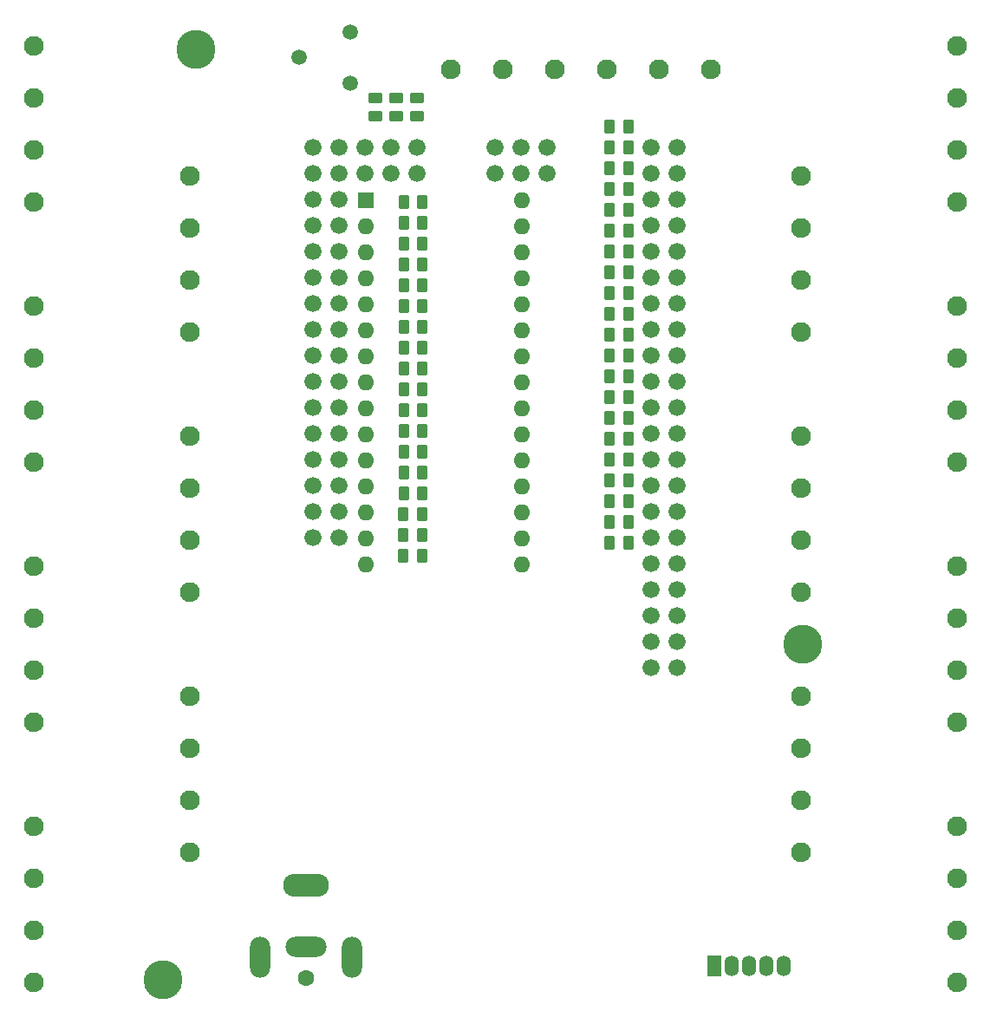
<source format=gbr>
%TF.GenerationSoftware,KiCad,Pcbnew,(6.0.1)*%
%TF.CreationDate,2022-10-30T18:49:11+02:00*%
%TF.ProjectId,stairway-to-heaven-pcb,73746169-7277-4617-992d-746f2d686561,rev?*%
%TF.SameCoordinates,Original*%
%TF.FileFunction,Soldermask,Bot*%
%TF.FilePolarity,Negative*%
%FSLAX46Y46*%
G04 Gerber Fmt 4.6, Leading zero omitted, Abs format (unit mm)*
G04 Created by KiCad (PCBNEW (6.0.1)) date 2022-10-30 18:49:11*
%MOMM*%
%LPD*%
G01*
G04 APERTURE LIST*
G04 Aperture macros list*
%AMRoundRect*
0 Rectangle with rounded corners*
0 $1 Rounding radius*
0 $2 $3 $4 $5 $6 $7 $8 $9 X,Y pos of 4 corners*
0 Add a 4 corners polygon primitive as box body*
4,1,4,$2,$3,$4,$5,$6,$7,$8,$9,$2,$3,0*
0 Add four circle primitives for the rounded corners*
1,1,$1+$1,$2,$3*
1,1,$1+$1,$4,$5*
1,1,$1+$1,$6,$7*
1,1,$1+$1,$8,$9*
0 Add four rect primitives between the rounded corners*
20,1,$1+$1,$2,$3,$4,$5,0*
20,1,$1+$1,$4,$5,$6,$7,0*
20,1,$1+$1,$6,$7,$8,$9,0*
20,1,$1+$1,$8,$9,$2,$3,0*%
G04 Aperture macros list end*
%ADD10C,1.930400*%
%ADD11R,1.600000X1.600000*%
%ADD12O,1.600000X1.600000*%
%ADD13C,3.800000*%
%ADD14C,1.676400*%
%ADD15C,1.600000*%
%ADD16O,4.500000X2.250000*%
%ADD17O,4.000000X2.000000*%
%ADD18O,2.000000X4.000000*%
%ADD19C,1.500000*%
%ADD20R,1.400000X2.000001*%
%ADD21O,1.400000X2.000001*%
%ADD22RoundRect,0.250000X0.262500X0.450000X-0.262500X0.450000X-0.262500X-0.450000X0.262500X-0.450000X0*%
%ADD23RoundRect,0.250000X-0.262500X-0.450000X0.262500X-0.450000X0.262500X0.450000X-0.262500X0.450000X0*%
%ADD24RoundRect,0.250000X-0.450000X0.262500X-0.450000X-0.262500X0.450000X-0.262500X0.450000X0.262500X0*%
G04 APERTURE END LIST*
D10*
%TO.C,J16*%
X146812000Y-46736000D03*
X151892000Y-46736000D03*
X156972000Y-46736000D03*
X162052000Y-46736000D03*
X167132000Y-46736000D03*
X172212000Y-46736000D03*
%TD*%
D11*
%TO.C,A1*%
X138480800Y-59537600D03*
D12*
X138480800Y-62077600D03*
X138480800Y-64617600D03*
X138480800Y-67157600D03*
X138480800Y-69697600D03*
X138480800Y-72237600D03*
X138480800Y-74777600D03*
X138480800Y-77317600D03*
X138480800Y-79857600D03*
X138480800Y-82397600D03*
X138480800Y-84937600D03*
X138480800Y-87477600D03*
X138480800Y-90017600D03*
X138480800Y-92557600D03*
X138480800Y-95097600D03*
X153720800Y-95097600D03*
X153720800Y-92557600D03*
X153720800Y-90017600D03*
X153720800Y-87477600D03*
X153720800Y-84937600D03*
X153720800Y-82397600D03*
X153720800Y-79857600D03*
X153720800Y-77317600D03*
X153720800Y-74777600D03*
X153720800Y-72237600D03*
X153720800Y-69697600D03*
X153720800Y-67157600D03*
X153720800Y-64617600D03*
X153720800Y-62077600D03*
X153720800Y-59537600D03*
%TD*%
D10*
%TO.C,J13*%
X121285000Y-72390000D03*
X121285000Y-67310000D03*
X121285000Y-62230000D03*
X121285000Y-57150000D03*
%TD*%
%TO.C,J12*%
X106045000Y-85090000D03*
X106045000Y-80010000D03*
X106045000Y-74930000D03*
X106045000Y-69850000D03*
%TD*%
%TO.C,J4*%
X180975000Y-82550000D03*
X180975000Y-87630000D03*
X180975000Y-92710000D03*
X180975000Y-97790000D03*
%TD*%
%TO.C,J11*%
X121285000Y-97790000D03*
X121285000Y-92710000D03*
X121285000Y-87630000D03*
X121285000Y-82550000D03*
%TD*%
%TO.C,J1*%
X196215000Y-120650000D03*
X196215000Y-125730000D03*
X196215000Y-130810000D03*
X196215000Y-135890000D03*
%TD*%
D13*
%TO.C,H3*%
X121894600Y-44805600D03*
%TD*%
%TO.C,H2*%
X118719600Y-135712200D03*
%TD*%
D14*
%TO.C,U1*%
X168910000Y-97590000D03*
X166370000Y-97590000D03*
X168910000Y-100130000D03*
X166370000Y-100130000D03*
X151130000Y-54410000D03*
X133350000Y-92510000D03*
X135890000Y-92510000D03*
X133350000Y-89970000D03*
X135890000Y-89970000D03*
X133350000Y-87430000D03*
X135890000Y-87430000D03*
X133350000Y-84890000D03*
X135890000Y-84890000D03*
X133350000Y-82350000D03*
X135890000Y-82350000D03*
X133350000Y-79810000D03*
X135890000Y-79810000D03*
X133350000Y-77270000D03*
X135890000Y-77270000D03*
X133350000Y-74730000D03*
X135890000Y-74730000D03*
X166370000Y-95050000D03*
X166370000Y-89970000D03*
X168910000Y-89970000D03*
X166370000Y-87430000D03*
X168910000Y-87430000D03*
X166370000Y-84890000D03*
X168910000Y-84890000D03*
X166370000Y-82350000D03*
X168910000Y-82350000D03*
X166370000Y-79810000D03*
X168910000Y-79810000D03*
X166370000Y-77270000D03*
X168910000Y-77270000D03*
X166370000Y-74730000D03*
X168910000Y-74730000D03*
X166370000Y-72190000D03*
X168910000Y-72190000D03*
X166370000Y-69650000D03*
X168910000Y-69650000D03*
X166370000Y-67110000D03*
X168910000Y-67110000D03*
X166370000Y-64570000D03*
X168910000Y-64570000D03*
X166370000Y-62030000D03*
X168910000Y-62030000D03*
X166370000Y-59490000D03*
X168910000Y-59490000D03*
X166370000Y-56950000D03*
X168910000Y-56950000D03*
X166370000Y-54410000D03*
X168910000Y-54410000D03*
X133350000Y-72190000D03*
X135890000Y-72190000D03*
X133350000Y-69650000D03*
X135890000Y-69650000D03*
X133350000Y-67110000D03*
X135890000Y-67110000D03*
X133350000Y-64570000D03*
X135890000Y-64570000D03*
X133350000Y-62030000D03*
X135890000Y-62030000D03*
X133350000Y-59490000D03*
X135890000Y-59490000D03*
X133350000Y-56950000D03*
X135890000Y-56950000D03*
X133350000Y-54410000D03*
X135890000Y-54410000D03*
X138430000Y-54410000D03*
X138430000Y-56950000D03*
X140970000Y-54410000D03*
X140970000Y-56950000D03*
X143510000Y-54410000D03*
X143510000Y-56950000D03*
X168910000Y-102670000D03*
X166370000Y-102670000D03*
X156210000Y-54410000D03*
X151130000Y-56950000D03*
X153670000Y-54410000D03*
X156210000Y-56950000D03*
X168910000Y-95050000D03*
X166370000Y-92510000D03*
X153670000Y-56950000D03*
X168910000Y-92510000D03*
X168910000Y-105210000D03*
X166370000Y-105210000D03*
%TD*%
D10*
%TO.C,J9*%
X121285000Y-123190000D03*
X121285000Y-118110000D03*
X121285000Y-113030000D03*
X121285000Y-107950000D03*
%TD*%
%TO.C,J2*%
X196215000Y-95250000D03*
X196215000Y-100330000D03*
X196215000Y-105410000D03*
X196215000Y-110490000D03*
%TD*%
D15*
%TO.C,J15*%
X132634600Y-135477000D03*
D16*
X132634600Y-126477000D03*
D17*
X132634600Y-132477000D03*
D18*
X137134600Y-133477000D03*
X128134600Y-133477000D03*
%TD*%
D10*
%TO.C,J5*%
X196215000Y-69850000D03*
X196215000Y-74930000D03*
X196215000Y-80010000D03*
X196215000Y-85090000D03*
%TD*%
D13*
%TO.C,H1*%
X181178200Y-102895400D03*
%TD*%
D19*
%TO.C,RV100k1*%
X137018400Y-48118400D03*
X132018400Y-45618400D03*
X137018400Y-43118400D03*
%TD*%
D10*
%TO.C,J14*%
X106045000Y-59690000D03*
X106045000Y-54610000D03*
X106045000Y-49530000D03*
X106045000Y-44450000D03*
%TD*%
%TO.C,J10*%
X106045000Y-110490000D03*
X106045000Y-105410000D03*
X106045000Y-100330000D03*
X106045000Y-95250000D03*
%TD*%
D20*
%TO.C,U2*%
X172540800Y-134315200D03*
D21*
X174240800Y-134315200D03*
X175940801Y-134315200D03*
X177640800Y-134315200D03*
X179340800Y-134315200D03*
%TD*%
D10*
%TO.C,J7*%
X196215000Y-44450000D03*
X196215000Y-49530000D03*
X196215000Y-54610000D03*
X196215000Y-59690000D03*
%TD*%
%TO.C,J8*%
X106045000Y-135890000D03*
X106045000Y-130810000D03*
X106045000Y-125730000D03*
X106045000Y-120650000D03*
%TD*%
%TO.C,J6*%
X180975000Y-57150000D03*
X180975000Y-62230000D03*
X180975000Y-67310000D03*
X180975000Y-72390000D03*
%TD*%
%TO.C,J3*%
X180975000Y-107950000D03*
X180975000Y-113030000D03*
X180975000Y-118110000D03*
X180975000Y-123190000D03*
%TD*%
D22*
%TO.C,R28*%
X143967200Y-92252800D03*
X142142200Y-92252800D03*
%TD*%
%TO.C,R32*%
X144018000Y-73914000D03*
X142193000Y-73914000D03*
%TD*%
%TO.C,R40*%
X144018000Y-63754000D03*
X142193000Y-63754000D03*
%TD*%
D23*
%TO.C,R20*%
X162306000Y-58420000D03*
X164131000Y-58420000D03*
%TD*%
%TO.C,R7*%
X162306000Y-68580000D03*
X164131000Y-68580000D03*
%TD*%
D22*
%TO.C,R41*%
X144018000Y-61722000D03*
X142193000Y-61722000D03*
%TD*%
D23*
%TO.C,R6*%
X162306000Y-82804000D03*
X164131000Y-82804000D03*
%TD*%
%TO.C,R22*%
X162306000Y-52324000D03*
X164131000Y-52324000D03*
%TD*%
D22*
%TO.C,R31*%
X144018000Y-75946000D03*
X142193000Y-75946000D03*
%TD*%
D24*
%TO.C,R45*%
X143535400Y-49531900D03*
X143535400Y-51356900D03*
%TD*%
D23*
%TO.C,R18*%
X162306000Y-70612000D03*
X164131000Y-70612000D03*
%TD*%
D22*
%TO.C,R35*%
X144018000Y-86106000D03*
X142193000Y-86106000D03*
%TD*%
D23*
%TO.C,R12*%
X162306000Y-92964000D03*
X164131000Y-92964000D03*
%TD*%
D22*
%TO.C,R39*%
X144018000Y-65786000D03*
X142193000Y-65786000D03*
%TD*%
D23*
%TO.C,R5*%
X162306000Y-76708000D03*
X164131000Y-76708000D03*
%TD*%
%TO.C,R15*%
X162306000Y-86868000D03*
X164131000Y-86868000D03*
%TD*%
%TO.C,R21*%
X162306000Y-64516000D03*
X164131000Y-64516000D03*
%TD*%
D22*
%TO.C,R38*%
X144018000Y-67818000D03*
X142193000Y-67818000D03*
%TD*%
D23*
%TO.C,R13*%
X162306000Y-80772000D03*
X164131000Y-80772000D03*
%TD*%
D22*
%TO.C,R26*%
X144018000Y-80010000D03*
X142193000Y-80010000D03*
%TD*%
%TO.C,R27*%
X144018000Y-77978000D03*
X142193000Y-77978000D03*
%TD*%
D23*
%TO.C,R4*%
X162306000Y-78740000D03*
X164131000Y-78740000D03*
%TD*%
%TO.C,R9*%
X162306000Y-72644000D03*
X164131000Y-72644000D03*
%TD*%
D22*
%TO.C,R33*%
X144018000Y-69850000D03*
X142193000Y-69850000D03*
%TD*%
D23*
%TO.C,R19*%
X162306000Y-60452000D03*
X164131000Y-60452000D03*
%TD*%
D22*
%TO.C,R36*%
X144018000Y-84074000D03*
X142193000Y-84074000D03*
%TD*%
D23*
%TO.C,R14*%
X162306000Y-84836000D03*
X164131000Y-84836000D03*
%TD*%
D24*
%TO.C,R44*%
X139471400Y-49555400D03*
X139471400Y-51380400D03*
%TD*%
D22*
%TO.C,R29*%
X143967200Y-94284800D03*
X142142200Y-94284800D03*
%TD*%
%TO.C,R37*%
X144018000Y-71882000D03*
X142193000Y-71882000D03*
%TD*%
D23*
%TO.C,R11*%
X162306000Y-90932000D03*
X164131000Y-90932000D03*
%TD*%
D22*
%TO.C,R42*%
X144018000Y-59713500D03*
X142193000Y-59713500D03*
%TD*%
D23*
%TO.C,R8*%
X162306000Y-74676000D03*
X164131000Y-74676000D03*
%TD*%
D22*
%TO.C,R30*%
X143967200Y-90220800D03*
X142142200Y-90220800D03*
%TD*%
D23*
%TO.C,R24*%
X162306000Y-56388000D03*
X164131000Y-56388000D03*
%TD*%
%TO.C,R23*%
X162306000Y-54356000D03*
X164131000Y-54356000D03*
%TD*%
%TO.C,R16*%
X162306000Y-66548000D03*
X164131000Y-66548000D03*
%TD*%
%TO.C,R17*%
X162306000Y-62484000D03*
X164131000Y-62484000D03*
%TD*%
D22*
%TO.C,R25*%
X144018000Y-82042000D03*
X142193000Y-82042000D03*
%TD*%
D24*
%TO.C,R43*%
X141503400Y-49531900D03*
X141503400Y-51356900D03*
%TD*%
D22*
%TO.C,R34*%
X144018000Y-88138000D03*
X142193000Y-88138000D03*
%TD*%
D23*
%TO.C,R10*%
X162306000Y-88900000D03*
X164131000Y-88900000D03*
%TD*%
M02*

</source>
